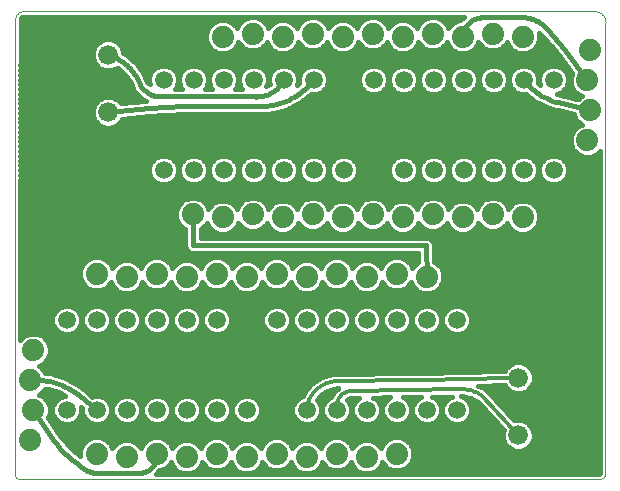
<source format=gbl>
G75*
G70*
%OFA0B0*%
%FSLAX24Y24*%
%IPPOS*%
%LPD*%
%AMOC8*
5,1,8,0,0,1.08239X$1,22.5*
%
%ADD10C,0.0000*%
%ADD11C,0.0591*%
%ADD12C,0.0660*%
%ADD13C,0.0740*%
%ADD14C,0.0120*%
%ADD15C,0.0160*%
%ADD16C,0.0356*%
D10*
X002429Y003185D02*
X021676Y003185D01*
X021677Y003184D02*
X021706Y003181D01*
X021735Y003182D01*
X021764Y003186D01*
X021792Y003193D01*
X021820Y003204D01*
X021845Y003218D01*
X021869Y003235D01*
X021891Y003255D01*
X021910Y003278D01*
X021926Y003302D01*
X021939Y003328D01*
X021949Y003356D01*
X021956Y003385D01*
X021955Y003385D02*
X021955Y018380D01*
X021955Y018381D02*
X021957Y018416D01*
X021956Y018451D01*
X021951Y018486D01*
X021943Y018521D01*
X021931Y018554D01*
X021916Y018586D01*
X021899Y018617D01*
X021878Y018645D01*
X021854Y018672D01*
X021829Y018696D01*
X021800Y018717D01*
X021770Y018736D01*
X021739Y018751D01*
X021705Y018763D01*
X021671Y018772D01*
X021636Y018778D01*
X021637Y018777D02*
X002497Y018777D01*
X002467Y018769D01*
X002438Y018757D01*
X002410Y018743D01*
X002385Y018725D01*
X002361Y018705D01*
X002340Y018682D01*
X002321Y018658D01*
X002305Y018631D01*
X002292Y018603D01*
X002283Y018573D01*
X002276Y018543D01*
X002273Y018512D01*
X002274Y018481D01*
X002277Y018450D01*
X002268Y003394D01*
X002266Y003370D01*
X002267Y003345D01*
X002272Y003321D01*
X002279Y003298D01*
X002290Y003276D01*
X002304Y003255D01*
X002320Y003237D01*
X002338Y003221D01*
X002359Y003207D01*
X002381Y003197D01*
X002404Y003189D01*
X002428Y003185D01*
D11*
X003995Y005485D03*
X004995Y005485D03*
X005995Y005485D03*
X006995Y005485D03*
X007995Y005485D03*
X008995Y005485D03*
X009995Y005485D03*
X010995Y005485D03*
X011995Y005485D03*
X012995Y005485D03*
X013995Y005485D03*
X014995Y005485D03*
X015995Y005485D03*
X016995Y005485D03*
X016995Y008485D03*
X015995Y008485D03*
X014995Y008485D03*
X013995Y008485D03*
X012995Y008485D03*
X011995Y008485D03*
X010995Y008485D03*
X009995Y008485D03*
X008995Y008485D03*
X007995Y008485D03*
X006995Y008485D03*
X005995Y008485D03*
X004995Y008485D03*
X003995Y008485D03*
X007224Y013496D03*
X008224Y013496D03*
X009224Y013496D03*
X010224Y013496D03*
X011224Y013496D03*
X012224Y013496D03*
X013224Y013496D03*
X014224Y013496D03*
X015224Y013496D03*
X016224Y013496D03*
X017224Y013496D03*
X018224Y013496D03*
X019224Y013496D03*
X020224Y013496D03*
X020224Y016496D03*
X019224Y016496D03*
X018224Y016496D03*
X017224Y016496D03*
X016224Y016496D03*
X015224Y016496D03*
X014224Y016496D03*
X013224Y016496D03*
X012224Y016496D03*
X011224Y016496D03*
X010224Y016496D03*
X009224Y016496D03*
X008224Y016496D03*
X007224Y016496D03*
D12*
X005378Y017334D03*
X005378Y015413D03*
X019053Y006567D03*
X019053Y004646D03*
D13*
X015995Y003935D03*
X014995Y004035D03*
X013995Y003935D03*
X012995Y004035D03*
X011995Y003935D03*
X010995Y004035D03*
X009995Y003935D03*
X008995Y004035D03*
X007995Y003935D03*
X006995Y004035D03*
X005995Y003935D03*
X004995Y004035D03*
X002781Y004485D03*
X002881Y005485D03*
X002781Y006485D03*
X002881Y007485D03*
X002781Y008485D03*
X002881Y009485D03*
X004995Y010035D03*
X005995Y009935D03*
X006995Y010035D03*
X007995Y009935D03*
X008995Y010035D03*
X009995Y009935D03*
X010995Y010035D03*
X011995Y009935D03*
X012995Y010035D03*
X013995Y009935D03*
X014995Y010035D03*
X015995Y009935D03*
X016197Y012014D03*
X017197Y011914D03*
X018197Y012014D03*
X019197Y011914D03*
X021352Y012476D03*
X021452Y013476D03*
X021352Y014476D03*
X021452Y015476D03*
X021352Y016476D03*
X021452Y017476D03*
X019197Y017938D03*
X018197Y018038D03*
X017197Y017938D03*
X016197Y018038D03*
X015197Y017938D03*
X014197Y018038D03*
X013197Y017938D03*
X012197Y018038D03*
X011197Y017938D03*
X010197Y018038D03*
X009197Y017938D03*
X008197Y018038D03*
X008197Y012014D03*
X009197Y011914D03*
X010197Y012014D03*
X011197Y011914D03*
X012197Y012014D03*
X013197Y011914D03*
X014197Y012014D03*
X015197Y011914D03*
D14*
X016953Y006531D02*
X019053Y006567D01*
X017898Y005901D02*
X019053Y004646D01*
X017898Y005902D02*
X017850Y005942D01*
X017800Y005980D01*
X017748Y006015D01*
X017694Y006047D01*
X017639Y006075D01*
X017582Y006101D01*
X017524Y006123D01*
X017464Y006142D01*
X017404Y006158D01*
X017342Y006170D01*
X017281Y006178D01*
X017218Y006183D01*
X017156Y006185D01*
X017093Y006183D01*
X017031Y006178D01*
X017031Y006177D02*
X013528Y006138D01*
X013016Y006453D02*
X015496Y006492D01*
X013528Y006137D02*
X013482Y006135D01*
X013437Y006128D01*
X013392Y006118D01*
X013349Y006105D01*
X013306Y006088D01*
X013266Y006067D01*
X013227Y006043D01*
X013190Y006016D01*
X013156Y005986D01*
X013124Y005953D01*
X013095Y005917D01*
X013069Y005880D01*
X013047Y005840D01*
X013028Y005798D01*
X013012Y005756D01*
X013000Y005712D01*
X012992Y005667D01*
X012987Y005621D01*
X012986Y005576D01*
X012989Y005530D01*
X012996Y005485D01*
X013016Y006452D02*
X012954Y006449D01*
X012892Y006443D01*
X012832Y006432D01*
X012771Y006419D01*
X012712Y006402D01*
X012654Y006381D01*
X012597Y006357D01*
X012542Y006329D01*
X012488Y006298D01*
X012437Y006264D01*
X012387Y006228D01*
X012340Y006188D01*
X012295Y006145D01*
X012253Y006100D01*
X012213Y006053D01*
X012177Y006003D01*
X012143Y005951D01*
X012113Y005897D01*
X012086Y005842D01*
X012062Y005785D01*
X012041Y005727D01*
X012025Y005667D01*
X012011Y005607D01*
X012002Y005546D01*
X011995Y005485D01*
X015496Y006491D02*
X016224Y006499D01*
X016952Y006531D01*
D15*
X016944Y006771D02*
X016901Y006770D01*
X016898Y006769D01*
X016218Y006740D01*
X015541Y006732D01*
X015540Y006733D01*
X015496Y006732D01*
X015449Y006732D01*
X015447Y006731D01*
X013060Y006693D01*
X013060Y006693D01*
X013012Y006693D01*
X012820Y006690D01*
X012456Y006572D01*
X012142Y006352D01*
X012142Y006352D01*
X012142Y006352D01*
X011906Y006050D01*
X011866Y005946D01*
X011726Y005888D01*
X011592Y005754D01*
X011520Y005579D01*
X011520Y005390D01*
X011592Y005216D01*
X011726Y005082D01*
X011901Y005010D01*
X012090Y005010D01*
X012264Y005082D01*
X012398Y005216D01*
X012471Y005390D01*
X012471Y005579D01*
X012398Y005754D01*
X012340Y005812D01*
X012482Y005993D01*
X012676Y006129D01*
X012901Y006202D01*
X013020Y006213D01*
X013032Y006213D01*
X013050Y006213D01*
X012913Y006095D01*
X012819Y005926D01*
X012726Y005888D01*
X012592Y005754D01*
X012520Y005579D01*
X012520Y005390D01*
X012592Y005216D01*
X012726Y005082D01*
X012901Y005010D01*
X013090Y005010D01*
X013264Y005082D01*
X013398Y005216D01*
X013471Y005390D01*
X013471Y005579D01*
X013398Y005754D01*
X013334Y005818D01*
X013376Y005854D01*
X013477Y005892D01*
X013530Y005898D01*
X013559Y005898D01*
X013578Y005898D01*
X013578Y005898D01*
X013756Y005900D01*
X013726Y005888D01*
X013592Y005754D01*
X013520Y005579D01*
X013520Y005390D01*
X013592Y005216D01*
X013726Y005082D01*
X013901Y005010D01*
X014090Y005010D01*
X014264Y005082D01*
X014398Y005216D01*
X014471Y005390D01*
X014471Y005579D01*
X014398Y005754D01*
X014264Y005888D01*
X014222Y005905D01*
X014784Y005912D01*
X014726Y005888D01*
X014592Y005754D01*
X014520Y005579D01*
X014520Y005390D01*
X014592Y005216D01*
X014726Y005082D01*
X014901Y005010D01*
X015090Y005010D01*
X015264Y005082D01*
X015398Y005216D01*
X015471Y005390D01*
X015471Y005579D01*
X015398Y005754D01*
X015264Y005888D01*
X015195Y005916D01*
X015812Y005923D01*
X015726Y005888D01*
X015592Y005754D01*
X015520Y005579D01*
X015520Y005390D01*
X015592Y005216D01*
X015726Y005082D01*
X015901Y005010D01*
X016090Y005010D01*
X016264Y005082D01*
X016398Y005216D01*
X016471Y005390D01*
X016471Y005579D01*
X016398Y005754D01*
X016264Y005888D01*
X016169Y005927D01*
X016840Y005935D01*
X016726Y005888D01*
X016592Y005754D01*
X016520Y005579D01*
X016520Y005390D01*
X016592Y005216D01*
X016726Y005082D01*
X016901Y005010D01*
X017090Y005010D01*
X017264Y005082D01*
X017398Y005216D01*
X017471Y005390D01*
X017471Y005579D01*
X017398Y005754D01*
X017264Y005888D01*
X017134Y005942D01*
X017181Y005944D01*
X017421Y005904D01*
X017641Y005798D01*
X017732Y005727D01*
X018571Y004815D01*
X018543Y004747D01*
X018543Y004544D01*
X018620Y004357D01*
X018764Y004213D01*
X018951Y004136D01*
X019154Y004136D01*
X019342Y004213D01*
X019485Y004357D01*
X019563Y004544D01*
X019563Y004747D01*
X019485Y004934D01*
X019342Y005078D01*
X019154Y005155D01*
X018951Y005155D01*
X018921Y005143D01*
X018099Y006037D01*
X018094Y006048D01*
X018067Y006072D01*
X018042Y006099D01*
X018031Y006104D01*
X017916Y006208D01*
X017916Y006208D01*
X017716Y006304D01*
X018603Y006319D01*
X018620Y006278D01*
X018764Y006134D01*
X018951Y006057D01*
X019154Y006057D01*
X019342Y006134D01*
X019485Y006278D01*
X019563Y006465D01*
X019563Y006668D01*
X019485Y006856D01*
X019342Y006999D01*
X019154Y007077D01*
X018951Y007077D01*
X018764Y006999D01*
X018620Y006856D01*
X018597Y006799D01*
X016991Y006772D01*
X016986Y006774D01*
X016944Y006771D01*
X017927Y006197D02*
X018701Y006197D01*
X018243Y005880D02*
X021775Y005880D01*
X021775Y005722D02*
X018389Y005722D01*
X018535Y005563D02*
X021775Y005563D01*
X021775Y005404D02*
X018681Y005404D01*
X018826Y005246D02*
X021775Y005246D01*
X021775Y005087D02*
X019319Y005087D01*
X019487Y004929D02*
X021775Y004929D01*
X021775Y004770D02*
X019553Y004770D01*
X019563Y004612D02*
X021775Y004612D01*
X021775Y004453D02*
X019525Y004453D01*
X019423Y004295D02*
X021775Y004295D01*
X021775Y004136D02*
X019156Y004136D01*
X018950Y004136D02*
X015545Y004136D01*
X015545Y004144D02*
X015461Y004346D01*
X015307Y004501D01*
X015105Y004585D01*
X014886Y004585D01*
X014684Y004501D01*
X014529Y004346D01*
X014475Y004215D01*
X014461Y004246D01*
X014307Y004401D01*
X014105Y004485D01*
X013886Y004485D01*
X013684Y004401D01*
X013529Y004246D01*
X013516Y004215D01*
X013461Y004346D01*
X013307Y004501D01*
X013105Y004585D01*
X012886Y004585D01*
X012684Y004501D01*
X012529Y004346D01*
X012475Y004215D01*
X012461Y004246D01*
X012307Y004401D01*
X012105Y004485D01*
X011886Y004485D01*
X011684Y004401D01*
X011529Y004246D01*
X011516Y004215D01*
X011461Y004346D01*
X011307Y004501D01*
X011105Y004585D01*
X010886Y004585D01*
X010684Y004501D01*
X010529Y004346D01*
X010475Y004215D01*
X010461Y004246D01*
X010307Y004401D01*
X010105Y004485D01*
X009886Y004485D01*
X009684Y004401D01*
X009529Y004246D01*
X009516Y004215D01*
X009461Y004346D01*
X009307Y004501D01*
X009105Y004585D01*
X008886Y004585D01*
X008684Y004501D01*
X008529Y004346D01*
X008475Y004215D01*
X008461Y004246D01*
X008307Y004401D01*
X008105Y004485D01*
X007886Y004485D01*
X007684Y004401D01*
X007529Y004246D01*
X007516Y004215D01*
X007461Y004346D01*
X007307Y004501D01*
X007105Y004585D01*
X006886Y004585D01*
X006684Y004501D01*
X006529Y004346D01*
X006475Y004215D01*
X006461Y004246D01*
X006307Y004401D01*
X006105Y004485D01*
X005886Y004485D01*
X005684Y004401D01*
X005529Y004246D01*
X005516Y004215D01*
X005461Y004346D01*
X005307Y004501D01*
X005105Y004585D01*
X004886Y004585D01*
X004684Y004501D01*
X004529Y004346D01*
X004445Y004144D01*
X004445Y003956D01*
X004160Y004195D01*
X003816Y004578D01*
X003665Y004786D01*
X003369Y005225D01*
X003431Y005375D01*
X003431Y005594D01*
X003348Y005796D01*
X003193Y005951D01*
X003061Y006006D01*
X003093Y006019D01*
X003248Y006173D01*
X003260Y006203D01*
X003374Y006190D01*
X003739Y006076D01*
X003953Y005960D01*
X003901Y005960D01*
X003726Y005888D01*
X003592Y005754D01*
X003520Y005579D01*
X003520Y005390D01*
X003592Y005216D01*
X003726Y005082D01*
X003901Y005010D01*
X004090Y005010D01*
X004264Y005082D01*
X004398Y005216D01*
X004471Y005390D01*
X004471Y005579D01*
X004470Y005581D01*
X004520Y005539D01*
X004520Y005390D01*
X004592Y005216D01*
X004726Y005082D01*
X004901Y005010D01*
X005090Y005010D01*
X005264Y005082D01*
X005398Y005216D01*
X005471Y005390D01*
X005471Y005579D01*
X005398Y005754D01*
X005264Y005888D01*
X005090Y005960D01*
X004901Y005960D01*
X004852Y005940D01*
X004599Y006148D01*
X004559Y006181D01*
X004372Y006335D01*
X003946Y006565D01*
X003946Y006565D01*
X003483Y006710D01*
X003274Y006734D01*
X003248Y006796D01*
X003093Y006951D01*
X003062Y006964D01*
X003193Y007019D01*
X003348Y007173D01*
X003431Y007375D01*
X003431Y007594D01*
X003348Y007796D01*
X003193Y007951D01*
X002991Y008035D01*
X002772Y008035D01*
X002570Y007951D01*
X002451Y007832D01*
X002457Y018393D01*
X002468Y018407D01*
X002457Y018465D01*
X002457Y018519D01*
X002471Y018557D01*
X002510Y018592D01*
X002524Y018597D01*
X017236Y018597D01*
X017123Y018488D01*
X017087Y018488D01*
X016885Y018404D01*
X016731Y018250D01*
X016718Y018218D01*
X016663Y018350D01*
X016508Y018504D01*
X016306Y018588D01*
X016087Y018588D01*
X015885Y018504D01*
X015731Y018350D01*
X015676Y018218D01*
X015663Y018250D01*
X015508Y018404D01*
X015306Y018488D01*
X015087Y018488D01*
X014885Y018404D01*
X014731Y018250D01*
X014718Y018218D01*
X014663Y018350D01*
X014508Y018504D01*
X014306Y018588D01*
X014087Y018588D01*
X013885Y018504D01*
X013731Y018350D01*
X013676Y018218D01*
X013663Y018250D01*
X013508Y018404D01*
X013306Y018488D01*
X013087Y018488D01*
X012885Y018404D01*
X012731Y018250D01*
X012718Y018218D01*
X012663Y018350D01*
X012508Y018504D01*
X012306Y018588D01*
X012087Y018588D01*
X011885Y018504D01*
X011731Y018350D01*
X011676Y018218D01*
X011663Y018250D01*
X011508Y018404D01*
X011306Y018488D01*
X011087Y018488D01*
X010885Y018404D01*
X010731Y018250D01*
X010718Y018218D01*
X010663Y018350D01*
X010508Y018504D01*
X010306Y018588D01*
X010087Y018588D01*
X009885Y018504D01*
X009731Y018350D01*
X009676Y018218D01*
X009663Y018250D01*
X009508Y018404D01*
X009306Y018488D01*
X009087Y018488D01*
X008885Y018404D01*
X008731Y018250D01*
X008647Y018047D01*
X008647Y017829D01*
X008731Y017626D01*
X008885Y017472D01*
X009087Y017388D01*
X009306Y017388D01*
X009508Y017472D01*
X009663Y017626D01*
X009718Y017758D01*
X009731Y017726D01*
X009885Y017572D01*
X010087Y017488D01*
X010306Y017488D01*
X010508Y017572D01*
X010663Y017726D01*
X010676Y017758D01*
X010731Y017626D01*
X010885Y017472D01*
X011087Y017388D01*
X011306Y017388D01*
X011508Y017472D01*
X011663Y017626D01*
X011718Y017758D01*
X011731Y017726D01*
X011885Y017572D01*
X012087Y017488D01*
X012306Y017488D01*
X012508Y017572D01*
X012663Y017726D01*
X012676Y017758D01*
X012731Y017626D01*
X012885Y017472D01*
X013087Y017388D01*
X013306Y017388D01*
X013508Y017472D01*
X013663Y017626D01*
X013718Y017758D01*
X013731Y017726D01*
X013885Y017572D01*
X014087Y017488D01*
X014306Y017488D01*
X014508Y017572D01*
X014663Y017726D01*
X014676Y017758D01*
X014731Y017626D01*
X014885Y017472D01*
X015087Y017388D01*
X015306Y017388D01*
X015508Y017472D01*
X015663Y017626D01*
X015718Y017758D01*
X015731Y017726D01*
X015885Y017572D01*
X016087Y017488D01*
X016306Y017488D01*
X016508Y017572D01*
X016663Y017726D01*
X016676Y017758D01*
X016731Y017626D01*
X016885Y017472D01*
X017087Y017388D01*
X017306Y017388D01*
X017508Y017472D01*
X017663Y017626D01*
X017718Y017758D01*
X017731Y017726D01*
X017885Y017572D01*
X018087Y017488D01*
X018306Y017488D01*
X018508Y017572D01*
X018663Y017726D01*
X018676Y017758D01*
X018731Y017626D01*
X018885Y017472D01*
X019087Y017388D01*
X019306Y017388D01*
X019508Y017472D01*
X019663Y017626D01*
X019747Y017829D01*
X019747Y018047D01*
X019739Y018066D01*
X019844Y017966D01*
X020202Y017570D01*
X020366Y017360D01*
X020367Y017360D01*
X020397Y017319D01*
X020398Y017319D01*
X020853Y016709D01*
X020802Y016586D01*
X020802Y016367D01*
X020885Y016165D01*
X021040Y016010D01*
X021172Y015955D01*
X021140Y015942D01*
X021043Y015846D01*
X020441Y015996D01*
X020337Y016028D01*
X020494Y016093D01*
X020627Y016227D01*
X020700Y016401D01*
X020700Y016590D01*
X020627Y016765D01*
X020494Y016899D01*
X020319Y016971D01*
X020130Y016971D01*
X019955Y016899D01*
X019821Y016765D01*
X019749Y016590D01*
X019749Y016401D01*
X019783Y016321D01*
X019696Y016392D01*
X019700Y016401D01*
X019700Y016590D01*
X019627Y016765D01*
X019494Y016899D01*
X019319Y016971D01*
X019130Y016971D01*
X018955Y016899D01*
X018821Y016765D01*
X018749Y016590D01*
X018749Y016401D01*
X018821Y016227D01*
X018955Y016093D01*
X019130Y016021D01*
X019311Y016021D01*
X019588Y015793D01*
X020059Y015556D01*
X020315Y015492D01*
X020365Y015479D01*
X020365Y015479D01*
X020911Y015343D01*
X020985Y015165D01*
X021140Y015010D01*
X021172Y014997D01*
X021040Y014942D01*
X020885Y014788D01*
X020802Y014586D01*
X020802Y014367D01*
X020885Y014165D01*
X021040Y014010D01*
X021242Y013926D01*
X021461Y013926D01*
X021663Y014010D01*
X021775Y014122D01*
X021775Y003406D01*
X021773Y003398D01*
X021752Y003373D01*
X021729Y003365D01*
X021691Y003365D01*
X021632Y003375D01*
X021618Y003365D01*
X006985Y003365D01*
X007012Y003385D01*
X007012Y003385D01*
X007012Y003385D01*
X007081Y003485D01*
X007105Y003485D01*
X007307Y003569D01*
X007461Y003723D01*
X007475Y003755D01*
X007529Y003623D01*
X007684Y003469D01*
X007886Y003385D01*
X008105Y003385D01*
X008307Y003469D01*
X008461Y003623D01*
X008516Y003755D01*
X008529Y003723D01*
X008684Y003569D01*
X008886Y003485D01*
X009105Y003485D01*
X009307Y003569D01*
X009461Y003723D01*
X009475Y003755D01*
X009529Y003623D01*
X009684Y003469D01*
X009886Y003385D01*
X010105Y003385D01*
X010307Y003469D01*
X010461Y003623D01*
X010516Y003755D01*
X010529Y003723D01*
X010684Y003569D01*
X010886Y003485D01*
X011105Y003485D01*
X011307Y003569D01*
X011461Y003723D01*
X011475Y003755D01*
X011529Y003623D01*
X011684Y003469D01*
X011886Y003385D01*
X012105Y003385D01*
X012307Y003469D01*
X012461Y003623D01*
X012516Y003755D01*
X012529Y003723D01*
X012684Y003569D01*
X012886Y003485D01*
X013105Y003485D01*
X013307Y003569D01*
X013461Y003723D01*
X013475Y003755D01*
X013529Y003623D01*
X013684Y003469D01*
X013886Y003385D01*
X014105Y003385D01*
X014307Y003469D01*
X014461Y003623D01*
X014516Y003755D01*
X014529Y003723D01*
X014684Y003569D01*
X014886Y003485D01*
X015105Y003485D01*
X015307Y003569D01*
X015461Y003723D01*
X015545Y003925D01*
X015545Y004144D01*
X015483Y004295D02*
X018682Y004295D01*
X018580Y004453D02*
X015355Y004453D01*
X015545Y003978D02*
X021775Y003978D01*
X021775Y003819D02*
X015501Y003819D01*
X015399Y003661D02*
X021775Y003661D01*
X021775Y003502D02*
X015146Y003502D01*
X014845Y003502D02*
X014340Y003502D01*
X014477Y003661D02*
X014592Y003661D01*
X014508Y004295D02*
X014413Y004295D01*
X014636Y004453D02*
X014181Y004453D01*
X013810Y004453D02*
X013355Y004453D01*
X013483Y004295D02*
X013577Y004295D01*
X013514Y003661D02*
X013399Y003661D01*
X013650Y003502D02*
X013146Y003502D01*
X012845Y003502D02*
X012340Y003502D01*
X012477Y003661D02*
X012592Y003661D01*
X012508Y004295D02*
X012413Y004295D01*
X012636Y004453D02*
X012181Y004453D01*
X011810Y004453D02*
X011355Y004453D01*
X011483Y004295D02*
X011577Y004295D01*
X011514Y003661D02*
X011399Y003661D01*
X011650Y003502D02*
X011146Y003502D01*
X010845Y003502D02*
X010340Y003502D01*
X010477Y003661D02*
X010592Y003661D01*
X010508Y004295D02*
X010413Y004295D01*
X010636Y004453D02*
X010181Y004453D01*
X009810Y004453D02*
X009355Y004453D01*
X009483Y004295D02*
X009577Y004295D01*
X009514Y003661D02*
X009399Y003661D01*
X009650Y003502D02*
X009146Y003502D01*
X008845Y003502D02*
X008340Y003502D01*
X008477Y003661D02*
X008592Y003661D01*
X008508Y004295D02*
X008413Y004295D01*
X008636Y004453D02*
X008181Y004453D01*
X007810Y004453D02*
X007355Y004453D01*
X007483Y004295D02*
X007577Y004295D01*
X007514Y003661D02*
X007399Y003661D01*
X007650Y003502D02*
X007146Y003502D01*
X006362Y003382D02*
X005142Y003382D01*
X004445Y003978D02*
X004419Y003978D01*
X004445Y004136D02*
X004230Y004136D01*
X004071Y004295D02*
X004508Y004295D01*
X004636Y004453D02*
X003928Y004453D01*
X003791Y004612D02*
X018543Y004612D01*
X018552Y004770D02*
X003676Y004770D01*
X003569Y004929D02*
X018466Y004929D01*
X018320Y005087D02*
X017270Y005087D01*
X017411Y005246D02*
X018174Y005246D01*
X018029Y005404D02*
X017471Y005404D01*
X017471Y005563D02*
X017883Y005563D01*
X017737Y005722D02*
X017412Y005722D01*
X017470Y005880D02*
X017272Y005880D01*
X016718Y005880D02*
X016272Y005880D01*
X016412Y005722D02*
X016579Y005722D01*
X016520Y005563D02*
X016471Y005563D01*
X016471Y005404D02*
X016520Y005404D01*
X016580Y005246D02*
X016411Y005246D01*
X016270Y005087D02*
X016721Y005087D01*
X015721Y005087D02*
X015270Y005087D01*
X015411Y005246D02*
X015580Y005246D01*
X015520Y005404D02*
X015471Y005404D01*
X015471Y005563D02*
X015520Y005563D01*
X015579Y005722D02*
X015412Y005722D01*
X015272Y005880D02*
X015718Y005880D01*
X014718Y005880D02*
X014272Y005880D01*
X014412Y005722D02*
X014579Y005722D01*
X014520Y005563D02*
X014471Y005563D01*
X014471Y005404D02*
X014520Y005404D01*
X014580Y005246D02*
X014411Y005246D01*
X014270Y005087D02*
X014721Y005087D01*
X013721Y005087D02*
X013270Y005087D01*
X013411Y005246D02*
X013580Y005246D01*
X013520Y005404D02*
X013471Y005404D01*
X013471Y005563D02*
X013520Y005563D01*
X013579Y005722D02*
X013412Y005722D01*
X013444Y005880D02*
X013718Y005880D01*
X013032Y006197D02*
X012887Y006197D01*
X012913Y006095D02*
X012913Y006095D01*
X012913Y006095D01*
X012882Y006039D02*
X012547Y006039D01*
X012394Y005880D02*
X012718Y005880D01*
X012579Y005722D02*
X012412Y005722D01*
X012471Y005563D02*
X012520Y005563D01*
X012520Y005404D02*
X012471Y005404D01*
X012411Y005246D02*
X012580Y005246D01*
X012721Y005087D02*
X012270Y005087D01*
X011721Y005087D02*
X010270Y005087D01*
X010264Y005082D02*
X010398Y005216D01*
X010471Y005390D01*
X010471Y005579D01*
X010398Y005754D01*
X010264Y005888D01*
X010090Y005960D01*
X009901Y005960D01*
X009726Y005888D01*
X009592Y005754D01*
X009520Y005579D01*
X009520Y005390D01*
X009592Y005216D01*
X009726Y005082D01*
X009901Y005010D01*
X010090Y005010D01*
X010264Y005082D01*
X010411Y005246D02*
X011580Y005246D01*
X011520Y005404D02*
X010471Y005404D01*
X010471Y005563D02*
X011520Y005563D01*
X011579Y005722D02*
X010412Y005722D01*
X010272Y005880D02*
X011718Y005880D01*
X011902Y006039D02*
X004732Y006039D01*
X004599Y006148D02*
X004599Y006148D01*
X004539Y006197D02*
X012021Y006197D01*
X011906Y006050D02*
X011906Y006050D01*
X012147Y006356D02*
X004333Y006356D01*
X004372Y006335D02*
X004372Y006335D01*
X004394Y005980D02*
X004995Y005485D01*
X004580Y005246D02*
X004411Y005246D01*
X004471Y005404D02*
X004520Y005404D01*
X004491Y005563D02*
X004471Y005563D01*
X003807Y006039D02*
X003113Y006039D01*
X003258Y006197D02*
X003309Y006197D01*
X003264Y005880D02*
X003718Y005880D01*
X003579Y005722D02*
X003379Y005722D01*
X003431Y005563D02*
X003520Y005563D01*
X003520Y005404D02*
X003431Y005404D01*
X003378Y005246D02*
X003580Y005246D01*
X003462Y005087D02*
X003721Y005087D01*
X003449Y004642D02*
X002881Y005485D01*
X004270Y005087D02*
X004721Y005087D01*
X005270Y005087D02*
X005721Y005087D01*
X005726Y005082D02*
X005901Y005010D01*
X006090Y005010D01*
X006264Y005082D01*
X006398Y005216D01*
X006471Y005390D01*
X006471Y005579D01*
X006398Y005754D01*
X006264Y005888D01*
X006090Y005960D01*
X005901Y005960D01*
X005726Y005888D01*
X005592Y005754D01*
X005520Y005579D01*
X005520Y005390D01*
X005592Y005216D01*
X005726Y005082D01*
X005580Y005246D02*
X005411Y005246D01*
X005471Y005404D02*
X005520Y005404D01*
X005520Y005563D02*
X005471Y005563D01*
X005412Y005722D02*
X005579Y005722D01*
X005718Y005880D02*
X005272Y005880D01*
X006272Y005880D02*
X006718Y005880D01*
X006726Y005888D02*
X006592Y005754D01*
X006520Y005579D01*
X006520Y005390D01*
X006592Y005216D01*
X006726Y005082D01*
X006901Y005010D01*
X007090Y005010D01*
X007264Y005082D01*
X007398Y005216D01*
X007471Y005390D01*
X007471Y005579D01*
X007398Y005754D01*
X007264Y005888D01*
X007090Y005960D01*
X006901Y005960D01*
X006726Y005888D01*
X006579Y005722D02*
X006412Y005722D01*
X006471Y005563D02*
X006520Y005563D01*
X006520Y005404D02*
X006471Y005404D01*
X006411Y005246D02*
X006580Y005246D01*
X006721Y005087D02*
X006270Y005087D01*
X006181Y004453D02*
X006636Y004453D01*
X006508Y004295D02*
X006413Y004295D01*
X006995Y004035D02*
X006994Y003986D01*
X006990Y003938D01*
X006983Y003891D01*
X006971Y003844D01*
X006957Y003798D01*
X006938Y003753D01*
X006917Y003710D01*
X006892Y003669D01*
X006864Y003629D01*
X006833Y003592D01*
X006799Y003557D01*
X006763Y003525D01*
X006725Y003496D01*
X006684Y003470D01*
X006642Y003447D01*
X006598Y003427D01*
X006552Y003411D01*
X006506Y003399D01*
X006458Y003389D01*
X006410Y003384D01*
X006362Y003382D01*
X005577Y004295D02*
X005483Y004295D01*
X005355Y004453D02*
X005810Y004453D01*
X005141Y003381D02*
X005088Y003378D01*
X005034Y003377D01*
X004981Y003381D01*
X004928Y003387D01*
X004876Y003398D01*
X004824Y003411D01*
X004773Y003429D01*
X004724Y003449D01*
X004676Y003473D01*
X004629Y003500D01*
X004394Y005980D02*
X004309Y006046D01*
X004221Y006109D01*
X004129Y006167D01*
X004036Y006221D01*
X003939Y006270D01*
X003840Y006315D01*
X003740Y006355D01*
X003637Y006389D01*
X003533Y006419D01*
X003428Y006444D01*
X003322Y006464D01*
X003214Y006478D01*
X003106Y006488D01*
X002998Y006492D01*
X002890Y006491D01*
X002782Y006484D01*
X003213Y006831D02*
X018610Y006831D01*
X018755Y006990D02*
X003124Y006990D01*
X003323Y007148D02*
X021775Y007148D01*
X021775Y006990D02*
X019351Y006990D01*
X019495Y006831D02*
X021775Y006831D01*
X021775Y006673D02*
X019561Y006673D01*
X019563Y006514D02*
X021775Y006514D01*
X021775Y006356D02*
X019517Y006356D01*
X019404Y006197D02*
X021775Y006197D01*
X021775Y006039D02*
X018098Y006039D01*
X017264Y008082D02*
X017090Y008010D01*
X016901Y008010D01*
X016726Y008082D01*
X016592Y008216D01*
X016520Y008390D01*
X016520Y008579D01*
X016592Y008754D01*
X016726Y008888D01*
X016901Y008960D01*
X017090Y008960D01*
X017264Y008888D01*
X017398Y008754D01*
X017471Y008579D01*
X017471Y008390D01*
X017398Y008216D01*
X017264Y008082D01*
X017282Y008100D02*
X021775Y008100D01*
X021775Y008258D02*
X017416Y008258D01*
X017471Y008417D02*
X021775Y008417D01*
X021775Y008575D02*
X017471Y008575D01*
X017407Y008734D02*
X021775Y008734D01*
X021775Y008892D02*
X017253Y008892D01*
X016737Y008892D02*
X016253Y008892D01*
X016264Y008888D02*
X016090Y008960D01*
X015901Y008960D01*
X015726Y008888D01*
X015592Y008754D01*
X015520Y008579D01*
X015520Y008390D01*
X015592Y008216D01*
X015726Y008082D01*
X015901Y008010D01*
X016090Y008010D01*
X016264Y008082D01*
X016398Y008216D01*
X016471Y008390D01*
X016471Y008579D01*
X016398Y008754D01*
X016264Y008888D01*
X016407Y008734D02*
X016584Y008734D01*
X016520Y008575D02*
X016471Y008575D01*
X016471Y008417D02*
X016520Y008417D01*
X016575Y008258D02*
X016416Y008258D01*
X016282Y008100D02*
X016708Y008100D01*
X015708Y008100D02*
X015282Y008100D01*
X015264Y008082D02*
X015398Y008216D01*
X015471Y008390D01*
X015471Y008579D01*
X015398Y008754D01*
X015264Y008888D01*
X015090Y008960D01*
X014901Y008960D01*
X014726Y008888D01*
X014592Y008754D01*
X014520Y008579D01*
X014520Y008390D01*
X014592Y008216D01*
X014726Y008082D01*
X014901Y008010D01*
X015090Y008010D01*
X015264Y008082D01*
X015416Y008258D02*
X015575Y008258D01*
X015520Y008417D02*
X015471Y008417D01*
X015471Y008575D02*
X015520Y008575D01*
X015584Y008734D02*
X015407Y008734D01*
X015253Y008892D02*
X015737Y008892D01*
X015886Y009385D02*
X016105Y009385D01*
X016307Y009469D01*
X016461Y009623D01*
X016545Y009825D01*
X016545Y010044D01*
X016461Y010246D01*
X016307Y010401D01*
X016243Y010428D01*
X016228Y010983D01*
X016228Y011032D01*
X016227Y011035D01*
X016227Y011039D01*
X016208Y011082D01*
X016189Y011127D01*
X016186Y011130D01*
X016185Y011133D01*
X016150Y011166D01*
X016116Y011201D01*
X016113Y011202D01*
X016110Y011204D01*
X016065Y011222D01*
X016020Y011240D01*
X016017Y011240D01*
X016014Y011241D01*
X015966Y011240D01*
X008469Y011240D01*
X008464Y011530D01*
X008508Y011548D01*
X008663Y011703D01*
X008676Y011734D01*
X008731Y011603D01*
X008885Y011448D01*
X009087Y011364D01*
X009306Y011364D01*
X009508Y011448D01*
X009663Y011603D01*
X009718Y011734D01*
X009731Y011703D01*
X009885Y011548D01*
X010087Y011464D01*
X010306Y011464D01*
X010508Y011548D01*
X010663Y011703D01*
X010676Y011734D01*
X010731Y011603D01*
X010885Y011448D01*
X011087Y011364D01*
X011306Y011364D01*
X011508Y011448D01*
X011663Y011603D01*
X011718Y011734D01*
X011731Y011703D01*
X011885Y011548D01*
X012087Y011464D01*
X012306Y011464D01*
X012508Y011548D01*
X012663Y011703D01*
X012676Y011734D01*
X012731Y011603D01*
X012885Y011448D01*
X013087Y011364D01*
X013306Y011364D01*
X013508Y011448D01*
X013663Y011603D01*
X013718Y011734D01*
X013731Y011703D01*
X013885Y011548D01*
X014087Y011464D01*
X014306Y011464D01*
X014508Y011548D01*
X014663Y011703D01*
X014676Y011734D01*
X014731Y011603D01*
X014885Y011448D01*
X015087Y011364D01*
X015306Y011364D01*
X015508Y011448D01*
X015663Y011603D01*
X015718Y011734D01*
X015731Y011703D01*
X015885Y011548D01*
X016087Y011464D01*
X016306Y011464D01*
X016508Y011548D01*
X016663Y011703D01*
X016676Y011734D01*
X016731Y011603D01*
X016885Y011448D01*
X017087Y011364D01*
X017306Y011364D01*
X017508Y011448D01*
X017663Y011603D01*
X017718Y011734D01*
X017731Y011703D01*
X017885Y011548D01*
X018087Y011464D01*
X018306Y011464D01*
X018508Y011548D01*
X018663Y011703D01*
X018676Y011734D01*
X018731Y011603D01*
X018885Y011448D01*
X019087Y011364D01*
X019306Y011364D01*
X019508Y011448D01*
X019663Y011603D01*
X019747Y011805D01*
X019747Y012024D01*
X019663Y012226D01*
X019508Y012381D01*
X019306Y012464D01*
X019087Y012464D01*
X018885Y012381D01*
X018731Y012226D01*
X018718Y012194D01*
X018663Y012326D01*
X018508Y012481D01*
X018306Y012564D01*
X018087Y012564D01*
X017885Y012481D01*
X017731Y012326D01*
X017676Y012194D01*
X017663Y012226D01*
X017508Y012381D01*
X017306Y012464D01*
X017087Y012464D01*
X016885Y012381D01*
X016731Y012226D01*
X016718Y012194D01*
X016663Y012326D01*
X016508Y012481D01*
X016306Y012564D01*
X016087Y012564D01*
X015885Y012481D01*
X015731Y012326D01*
X015676Y012194D01*
X015663Y012226D01*
X015508Y012381D01*
X015306Y012464D01*
X015087Y012464D01*
X014885Y012381D01*
X014731Y012226D01*
X014718Y012194D01*
X014663Y012326D01*
X014508Y012481D01*
X014306Y012564D01*
X014087Y012564D01*
X013885Y012481D01*
X013731Y012326D01*
X013676Y012194D01*
X013663Y012226D01*
X013508Y012381D01*
X013306Y012464D01*
X013087Y012464D01*
X012885Y012381D01*
X012731Y012226D01*
X012718Y012194D01*
X012663Y012326D01*
X012508Y012481D01*
X012306Y012564D01*
X012087Y012564D01*
X011885Y012481D01*
X011731Y012326D01*
X011676Y012194D01*
X011663Y012226D01*
X011508Y012381D01*
X011306Y012464D01*
X011087Y012464D01*
X010885Y012381D01*
X010731Y012226D01*
X010718Y012194D01*
X010663Y012326D01*
X010508Y012481D01*
X010306Y012564D01*
X010087Y012564D01*
X009885Y012481D01*
X009731Y012326D01*
X009676Y012194D01*
X009663Y012226D01*
X009508Y012381D01*
X009306Y012464D01*
X009087Y012464D01*
X008885Y012381D01*
X008731Y012226D01*
X008718Y012194D01*
X008663Y012326D01*
X008508Y012481D01*
X008306Y012564D01*
X008087Y012564D01*
X007885Y012481D01*
X007731Y012326D01*
X007647Y012124D01*
X007647Y011905D01*
X007731Y011703D01*
X007885Y011548D01*
X007944Y011524D01*
X007953Y010979D01*
X007953Y010928D01*
X007953Y010927D01*
X007953Y010924D01*
X007973Y010879D01*
X007992Y010833D01*
X007994Y010831D01*
X007994Y010830D01*
X008030Y010795D01*
X002453Y010795D01*
X002453Y010954D02*
X007953Y010954D01*
X007951Y011112D02*
X002453Y011112D01*
X002453Y011271D02*
X007948Y011271D01*
X007946Y011429D02*
X002453Y011429D01*
X002453Y011588D02*
X007846Y011588D01*
X007713Y011746D02*
X002453Y011746D01*
X002453Y011905D02*
X007647Y011905D01*
X007647Y012063D02*
X002453Y012063D01*
X002453Y012222D02*
X007687Y012222D01*
X007785Y012380D02*
X002454Y012380D01*
X002454Y012539D02*
X008026Y012539D01*
X008368Y012539D02*
X010026Y012539D01*
X009785Y012380D02*
X009509Y012380D01*
X009665Y012222D02*
X009687Y012222D01*
X009648Y011588D02*
X009846Y011588D01*
X009462Y011429D02*
X010931Y011429D01*
X010746Y011588D02*
X010548Y011588D01*
X010706Y012222D02*
X010729Y012222D01*
X010609Y012380D02*
X010885Y012380D01*
X010368Y012539D02*
X012026Y012539D01*
X011785Y012380D02*
X011509Y012380D01*
X011665Y012222D02*
X011687Y012222D01*
X012368Y012539D02*
X014026Y012539D01*
X013785Y012380D02*
X013509Y012380D01*
X013665Y012222D02*
X013687Y012222D01*
X013648Y011588D02*
X013846Y011588D01*
X013462Y011429D02*
X014931Y011429D01*
X014746Y011588D02*
X014548Y011588D01*
X014706Y012222D02*
X014729Y012222D01*
X014609Y012380D02*
X014885Y012380D01*
X014368Y012539D02*
X016026Y012539D01*
X015785Y012380D02*
X015509Y012380D01*
X015665Y012222D02*
X015687Y012222D01*
X016368Y012539D02*
X018026Y012539D01*
X017785Y012380D02*
X017509Y012380D01*
X017665Y012222D02*
X017687Y012222D01*
X017648Y011588D02*
X017846Y011588D01*
X017462Y011429D02*
X018931Y011429D01*
X018746Y011588D02*
X018548Y011588D01*
X018706Y012222D02*
X018729Y012222D01*
X018609Y012380D02*
X018885Y012380D01*
X018368Y012539D02*
X021775Y012539D01*
X021775Y012697D02*
X002454Y012697D01*
X002454Y012856D02*
X021775Y012856D01*
X021775Y013015D02*
X002454Y013015D01*
X002454Y013173D02*
X006875Y013173D01*
X006821Y013227D02*
X006955Y013093D01*
X007130Y013021D01*
X007319Y013021D01*
X007494Y013093D01*
X007627Y013227D01*
X007700Y013401D01*
X007700Y013590D01*
X007627Y013765D01*
X007494Y013899D01*
X007319Y013971D01*
X007130Y013971D01*
X006955Y013899D01*
X006821Y013765D01*
X006749Y013590D01*
X006749Y013401D01*
X006821Y013227D01*
X006778Y013332D02*
X002454Y013332D01*
X002454Y013490D02*
X006749Y013490D01*
X006773Y013649D02*
X002454Y013649D01*
X002454Y013807D02*
X006864Y013807D01*
X007117Y013966D02*
X002455Y013966D01*
X002455Y014124D02*
X020926Y014124D01*
X020836Y014283D02*
X002455Y014283D01*
X002455Y014441D02*
X020802Y014441D01*
X020808Y014600D02*
X002455Y014600D01*
X002455Y014759D02*
X020873Y014759D01*
X021015Y014917D02*
X005513Y014917D01*
X005479Y014903D02*
X005667Y014981D01*
X005810Y015124D01*
X005840Y015197D01*
X006730Y015283D01*
X006747Y015285D01*
X006781Y015288D01*
X007197Y015323D01*
X008031Y015362D01*
X008447Y015366D01*
X008449Y015366D01*
X008500Y015366D01*
X010405Y015366D01*
X010416Y015366D01*
X010508Y015366D01*
X010743Y015366D01*
X011300Y015496D01*
X011813Y015748D01*
X011813Y015748D01*
X012146Y016021D01*
X012319Y016021D01*
X012494Y016093D01*
X012627Y016227D01*
X012700Y016401D01*
X012700Y016590D01*
X012627Y016765D01*
X012494Y016899D01*
X012319Y016971D01*
X012130Y016971D01*
X011955Y016899D01*
X011821Y016765D01*
X011749Y016590D01*
X011749Y016401D01*
X011754Y016389D01*
X011664Y016314D01*
X011700Y016401D01*
X011700Y016590D01*
X011627Y016765D01*
X011494Y016899D01*
X011319Y016971D01*
X011130Y016971D01*
X010955Y016899D01*
X010821Y016765D01*
X010749Y016590D01*
X010749Y016401D01*
X010767Y016359D01*
X010654Y016291D01*
X010700Y016401D01*
X010700Y016590D01*
X010627Y016765D01*
X010494Y016899D01*
X010319Y016971D01*
X010130Y016971D01*
X009955Y016899D01*
X009821Y016765D01*
X009749Y016590D01*
X009749Y016401D01*
X009821Y016227D01*
X009847Y016201D01*
X009601Y016201D01*
X009627Y016227D01*
X009700Y016401D01*
X009700Y016590D01*
X009627Y016765D01*
X009494Y016899D01*
X009319Y016971D01*
X009130Y016971D01*
X008955Y016899D01*
X008821Y016765D01*
X008749Y016590D01*
X008749Y016401D01*
X008821Y016227D01*
X008847Y016201D01*
X008601Y016201D01*
X008627Y016227D01*
X008700Y016401D01*
X008700Y016590D01*
X008627Y016765D01*
X008494Y016899D01*
X008319Y016971D01*
X008130Y016971D01*
X007955Y016899D01*
X007821Y016765D01*
X007749Y016590D01*
X007749Y016401D01*
X007821Y016227D01*
X007847Y016201D01*
X007601Y016201D01*
X007627Y016227D01*
X007700Y016401D01*
X007700Y016590D01*
X007627Y016765D01*
X007494Y016899D01*
X007319Y016971D01*
X007130Y016971D01*
X006955Y016899D01*
X006821Y016765D01*
X006749Y016590D01*
X006749Y016401D01*
X006774Y016342D01*
X006686Y016432D01*
X006640Y016516D01*
X006620Y016563D01*
X006620Y016563D01*
X006559Y016706D01*
X006318Y017041D01*
X006011Y017317D01*
X005888Y017388D01*
X005888Y017436D01*
X005810Y017623D01*
X005667Y017767D01*
X005479Y017844D01*
X005276Y017844D01*
X005089Y017767D01*
X004946Y017623D01*
X004868Y017436D01*
X004868Y017233D01*
X004946Y017046D01*
X005089Y016902D01*
X005276Y016824D01*
X005479Y016824D01*
X005667Y016902D01*
X005669Y016905D01*
X005701Y016887D01*
X005922Y016687D01*
X006096Y016444D01*
X006163Y016311D01*
X006239Y016133D01*
X006509Y015856D01*
X006637Y015797D01*
X005797Y015715D01*
X005667Y015846D01*
X005479Y015923D01*
X005276Y015923D01*
X005089Y015846D01*
X004946Y015702D01*
X004868Y015515D01*
X004868Y015312D01*
X004946Y015124D01*
X005089Y014981D01*
X005276Y014903D01*
X005479Y014903D01*
X005243Y014917D02*
X002455Y014917D01*
X002455Y015076D02*
X004994Y015076D01*
X004900Y015234D02*
X002455Y015234D01*
X002455Y015393D02*
X004868Y015393D01*
X004883Y015551D02*
X002456Y015551D01*
X002456Y015710D02*
X004953Y015710D01*
X006402Y016414D02*
X006369Y016485D01*
X006333Y016556D01*
X006293Y016624D01*
X006251Y016690D01*
X006205Y016754D01*
X006156Y016816D01*
X006104Y016876D01*
X006049Y016933D01*
X005991Y016987D01*
X005932Y017038D01*
X005869Y017087D01*
X005805Y017132D01*
X005738Y017174D01*
X005669Y017213D01*
X005599Y017249D01*
X005527Y017281D01*
X005453Y017310D01*
X005378Y017335D01*
X004908Y017137D02*
X002457Y017137D01*
X002457Y017295D02*
X004868Y017295D01*
X004875Y017454D02*
X002457Y017454D01*
X002457Y017612D02*
X004941Y017612D01*
X005099Y017771D02*
X002457Y017771D01*
X002457Y017929D02*
X008647Y017929D01*
X008664Y018088D02*
X002457Y018088D01*
X002457Y018246D02*
X008729Y018246D01*
X008887Y018405D02*
X002466Y018405D01*
X002478Y018564D02*
X010029Y018564D01*
X009786Y018405D02*
X009506Y018405D01*
X009664Y018246D02*
X009688Y018246D01*
X009649Y017612D02*
X009845Y017612D01*
X009465Y017454D02*
X010929Y017454D01*
X010745Y017612D02*
X010549Y017612D01*
X010457Y015626D02*
X010564Y015629D01*
X010671Y015636D01*
X010778Y015649D01*
X010884Y015667D01*
X010989Y015690D01*
X011093Y015718D01*
X011195Y015752D01*
X011295Y015789D01*
X011394Y015832D01*
X011490Y015880D01*
X011584Y015932D01*
X011675Y015988D01*
X011764Y016049D01*
X011849Y016114D01*
X011932Y016183D01*
X012011Y016256D01*
X012086Y016333D01*
X012157Y016413D01*
X012225Y016496D01*
X012700Y016503D02*
X013749Y016503D01*
X013749Y016590D02*
X013749Y016401D01*
X013821Y016227D01*
X013955Y016093D01*
X014130Y016021D01*
X014319Y016021D01*
X014494Y016093D01*
X014627Y016227D01*
X014700Y016401D01*
X014700Y016590D01*
X014627Y016765D01*
X014494Y016899D01*
X014319Y016971D01*
X014130Y016971D01*
X013955Y016899D01*
X013821Y016765D01*
X013749Y016590D01*
X013778Y016661D02*
X012670Y016661D01*
X012573Y016820D02*
X013876Y016820D01*
X013773Y016344D02*
X012676Y016344D01*
X012586Y016185D02*
X013863Y016185D01*
X014115Y016027D02*
X012334Y016027D01*
X011960Y015868D02*
X019496Y015868D01*
X019588Y015793D02*
X019588Y015793D01*
X019753Y015710D02*
X011735Y015710D01*
X011413Y015551D02*
X020076Y015551D01*
X020059Y015556D02*
X020059Y015556D01*
X020378Y015744D02*
X021452Y015476D01*
X021074Y015076D02*
X005762Y015076D01*
X006224Y015234D02*
X020956Y015234D01*
X020712Y015393D02*
X010858Y015393D01*
X010743Y015366D02*
X010743Y015366D01*
X010508Y015366D02*
X010508Y015366D01*
X010457Y015626D02*
X008449Y015626D01*
X008500Y015366D02*
X008500Y015366D01*
X008676Y016344D02*
X008773Y016344D01*
X008749Y016503D02*
X008700Y016503D01*
X008670Y016661D02*
X008778Y016661D01*
X008876Y016820D02*
X008573Y016820D01*
X007876Y016820D02*
X007573Y016820D01*
X007670Y016661D02*
X007778Y016661D01*
X007749Y016503D02*
X007700Y016503D01*
X007676Y016344D02*
X007773Y016344D01*
X007070Y015941D02*
X007017Y015946D01*
X006964Y015955D01*
X006911Y015968D01*
X006860Y015984D01*
X006810Y016003D01*
X006761Y016027D01*
X006714Y016053D01*
X006669Y016083D01*
X006626Y016115D01*
X006585Y016151D01*
X006547Y016189D01*
X006512Y016229D01*
X006479Y016272D01*
X006450Y016318D01*
X006424Y016365D01*
X006401Y016413D01*
X006163Y016311D02*
X006163Y016311D01*
X006146Y016344D02*
X002456Y016344D01*
X002456Y016503D02*
X006055Y016503D01*
X005941Y016661D02*
X002456Y016661D01*
X002456Y016820D02*
X005775Y016820D01*
X006212Y017137D02*
X020533Y017137D01*
X020415Y017295D02*
X006036Y017295D01*
X006011Y017317D02*
X006011Y017317D01*
X005881Y017454D02*
X008929Y017454D01*
X008745Y017612D02*
X005815Y017612D01*
X005657Y017771D02*
X008671Y017771D01*
X009573Y016820D02*
X009876Y016820D01*
X009778Y016661D02*
X009670Y016661D01*
X009700Y016503D02*
X009749Y016503D01*
X009773Y016344D02*
X009676Y016344D01*
X010299Y015941D02*
X007071Y015941D01*
X006772Y016344D02*
X006773Y016344D01*
X006749Y016503D02*
X006648Y016503D01*
X006578Y016661D02*
X006778Y016661D01*
X006876Y016820D02*
X006477Y016820D01*
X006559Y016706D02*
X006559Y016706D01*
X006363Y016978D02*
X020652Y016978D01*
X020573Y016820D02*
X020770Y016820D01*
X020833Y016661D02*
X020670Y016661D01*
X020700Y016503D02*
X020802Y016503D01*
X020811Y016344D02*
X020676Y016344D01*
X020586Y016185D02*
X020877Y016185D01*
X021023Y016027D02*
X020342Y016027D01*
X020954Y015868D02*
X021066Y015868D01*
X021352Y016476D02*
X020575Y017516D01*
X020293Y017454D02*
X019465Y017454D01*
X019649Y017612D02*
X020163Y017612D01*
X020202Y017570D02*
X020202Y017570D01*
X020020Y017771D02*
X019723Y017771D01*
X019747Y017929D02*
X019877Y017929D01*
X019827Y018342D02*
X019785Y018379D01*
X019740Y018412D01*
X019693Y018444D01*
X019645Y018472D01*
X019594Y018497D01*
X019543Y018519D01*
X019490Y018537D01*
X019436Y018553D01*
X019381Y018565D01*
X019326Y018573D01*
X019270Y018578D01*
X019214Y018580D01*
X019158Y018578D01*
X019157Y018579D02*
X017858Y018579D01*
X017201Y018564D02*
X016365Y018564D01*
X016608Y018405D02*
X016887Y018405D01*
X016729Y018246D02*
X016706Y018246D01*
X016029Y018564D02*
X014365Y018564D01*
X014608Y018405D02*
X014887Y018405D01*
X014729Y018246D02*
X014706Y018246D01*
X014029Y018564D02*
X012365Y018564D01*
X012608Y018405D02*
X012887Y018405D01*
X012729Y018246D02*
X012706Y018246D01*
X012745Y017612D02*
X012549Y017612D01*
X012929Y017454D02*
X011465Y017454D01*
X011649Y017612D02*
X011845Y017612D01*
X011688Y018246D02*
X011664Y018246D01*
X011786Y018405D02*
X011506Y018405D01*
X012029Y018564D02*
X010365Y018564D01*
X010608Y018405D02*
X010887Y018405D01*
X010729Y018246D02*
X010706Y018246D01*
X011225Y016495D02*
X011193Y016441D01*
X011159Y016388D01*
X011121Y016338D01*
X011081Y016289D01*
X011037Y016244D01*
X010991Y016201D01*
X010943Y016161D01*
X010892Y016124D01*
X010839Y016089D01*
X010784Y016059D01*
X010727Y016031D01*
X010669Y016007D01*
X010609Y015987D01*
X010549Y015970D01*
X010487Y015957D01*
X010425Y015948D01*
X010362Y015942D01*
X010299Y015940D01*
X010676Y016344D02*
X010742Y016344D01*
X010749Y016503D02*
X010700Y016503D01*
X010670Y016661D02*
X010778Y016661D01*
X010876Y016820D02*
X010573Y016820D01*
X011573Y016820D02*
X011876Y016820D01*
X011778Y016661D02*
X011670Y016661D01*
X011700Y016503D02*
X011749Y016503D01*
X011700Y016344D02*
X011676Y016344D01*
X011300Y015496D02*
X011300Y015496D01*
X011319Y013971D02*
X011130Y013971D01*
X010955Y013899D01*
X010821Y013765D01*
X010749Y013590D01*
X010749Y013401D01*
X010821Y013227D01*
X010955Y013093D01*
X011130Y013021D01*
X011319Y013021D01*
X011494Y013093D01*
X011627Y013227D01*
X011700Y013401D01*
X011700Y013590D01*
X011627Y013765D01*
X011494Y013899D01*
X011319Y013971D01*
X011332Y013966D02*
X012117Y013966D01*
X012130Y013971D02*
X011955Y013899D01*
X011821Y013765D01*
X011749Y013590D01*
X011749Y013401D01*
X011821Y013227D01*
X011955Y013093D01*
X012130Y013021D01*
X012319Y013021D01*
X012494Y013093D01*
X012627Y013227D01*
X012700Y013401D01*
X012700Y013590D01*
X012627Y013765D01*
X012494Y013899D01*
X012319Y013971D01*
X012130Y013971D01*
X012332Y013966D02*
X013117Y013966D01*
X013130Y013971D02*
X012955Y013899D01*
X012821Y013765D01*
X012749Y013590D01*
X012749Y013401D01*
X012821Y013227D01*
X012955Y013093D01*
X013130Y013021D01*
X013319Y013021D01*
X013494Y013093D01*
X013627Y013227D01*
X013700Y013401D01*
X013700Y013590D01*
X013627Y013765D01*
X013494Y013899D01*
X013319Y013971D01*
X013130Y013971D01*
X013332Y013966D02*
X015117Y013966D01*
X015130Y013971D02*
X014955Y013899D01*
X014821Y013765D01*
X014749Y013590D01*
X014749Y013401D01*
X014821Y013227D01*
X014955Y013093D01*
X015130Y013021D01*
X015319Y013021D01*
X015494Y013093D01*
X015627Y013227D01*
X015700Y013401D01*
X015700Y013590D01*
X015627Y013765D01*
X015494Y013899D01*
X015319Y013971D01*
X015130Y013971D01*
X015332Y013966D02*
X016117Y013966D01*
X016130Y013971D02*
X015955Y013899D01*
X015821Y013765D01*
X015749Y013590D01*
X015749Y013401D01*
X015821Y013227D01*
X015955Y013093D01*
X016130Y013021D01*
X016319Y013021D01*
X016494Y013093D01*
X016627Y013227D01*
X016700Y013401D01*
X016700Y013590D01*
X016627Y013765D01*
X016494Y013899D01*
X016319Y013971D01*
X016130Y013971D01*
X016332Y013966D02*
X017117Y013966D01*
X017130Y013971D02*
X016955Y013899D01*
X016821Y013765D01*
X016749Y013590D01*
X016749Y013401D01*
X016821Y013227D01*
X016955Y013093D01*
X017130Y013021D01*
X017319Y013021D01*
X017494Y013093D01*
X017627Y013227D01*
X017700Y013401D01*
X017700Y013590D01*
X017627Y013765D01*
X017494Y013899D01*
X017319Y013971D01*
X017130Y013971D01*
X017332Y013966D02*
X018117Y013966D01*
X018130Y013971D02*
X017955Y013899D01*
X017821Y013765D01*
X017749Y013590D01*
X017749Y013401D01*
X017821Y013227D01*
X017955Y013093D01*
X018130Y013021D01*
X018319Y013021D01*
X018494Y013093D01*
X018627Y013227D01*
X018700Y013401D01*
X018700Y013590D01*
X018627Y013765D01*
X018494Y013899D01*
X018319Y013971D01*
X018130Y013971D01*
X018332Y013966D02*
X019117Y013966D01*
X019130Y013971D02*
X018955Y013899D01*
X018821Y013765D01*
X018749Y013590D01*
X018749Y013401D01*
X018821Y013227D01*
X018955Y013093D01*
X019130Y013021D01*
X019319Y013021D01*
X019494Y013093D01*
X019627Y013227D01*
X019700Y013401D01*
X019700Y013590D01*
X019627Y013765D01*
X019494Y013899D01*
X019319Y013971D01*
X019130Y013971D01*
X019332Y013966D02*
X020117Y013966D01*
X020130Y013971D02*
X019955Y013899D01*
X019821Y013765D01*
X019749Y013590D01*
X019749Y013401D01*
X019821Y013227D01*
X019955Y013093D01*
X020130Y013021D01*
X020319Y013021D01*
X020494Y013093D01*
X020627Y013227D01*
X020700Y013401D01*
X020700Y013590D01*
X020627Y013765D01*
X020494Y013899D01*
X020319Y013971D01*
X020130Y013971D01*
X020332Y013966D02*
X021146Y013966D01*
X021557Y013966D02*
X021775Y013966D01*
X021775Y013807D02*
X020585Y013807D01*
X020676Y013649D02*
X021775Y013649D01*
X021775Y013490D02*
X020700Y013490D01*
X020671Y013332D02*
X021775Y013332D01*
X021775Y013173D02*
X020574Y013173D01*
X019875Y013173D02*
X019574Y013173D01*
X019671Y013332D02*
X019778Y013332D01*
X019749Y013490D02*
X019700Y013490D01*
X019676Y013649D02*
X019773Y013649D01*
X019864Y013807D02*
X019585Y013807D01*
X018864Y013807D02*
X018585Y013807D01*
X018676Y013649D02*
X018773Y013649D01*
X018749Y013490D02*
X018700Y013490D01*
X018671Y013332D02*
X018778Y013332D01*
X018875Y013173D02*
X018574Y013173D01*
X017875Y013173D02*
X017574Y013173D01*
X017671Y013332D02*
X017778Y013332D01*
X017749Y013490D02*
X017700Y013490D01*
X017676Y013649D02*
X017773Y013649D01*
X017864Y013807D02*
X017585Y013807D01*
X016864Y013807D02*
X016585Y013807D01*
X016676Y013649D02*
X016773Y013649D01*
X016749Y013490D02*
X016700Y013490D01*
X016671Y013332D02*
X016778Y013332D01*
X016875Y013173D02*
X016574Y013173D01*
X015875Y013173D02*
X015574Y013173D01*
X015671Y013332D02*
X015778Y013332D01*
X015749Y013490D02*
X015700Y013490D01*
X015676Y013649D02*
X015773Y013649D01*
X015864Y013807D02*
X015585Y013807D01*
X019827Y018342D02*
X020028Y018149D01*
X020220Y017946D01*
X020402Y017735D01*
X020575Y017515D01*
X019225Y016496D02*
X019288Y016419D01*
X019355Y016344D01*
X019425Y016273D01*
X019499Y016205D01*
X019576Y016141D01*
X019655Y016080D01*
X019738Y016023D01*
X019823Y015971D01*
X019911Y015922D01*
X020001Y015878D01*
X020092Y015838D01*
X020186Y015802D01*
X020281Y015771D01*
X020378Y015745D01*
X019773Y016344D02*
X019754Y016344D01*
X019749Y016503D02*
X019700Y016503D01*
X019670Y016661D02*
X019778Y016661D01*
X019876Y016820D02*
X019573Y016820D01*
X018876Y016820D02*
X018573Y016820D01*
X018627Y016765D02*
X018494Y016899D01*
X018319Y016971D01*
X018130Y016971D01*
X017955Y016899D01*
X017821Y016765D01*
X017749Y016590D01*
X017749Y016401D01*
X017821Y016227D01*
X017955Y016093D01*
X018130Y016021D01*
X018319Y016021D01*
X018494Y016093D01*
X018627Y016227D01*
X018700Y016401D01*
X018700Y016590D01*
X018627Y016765D01*
X018670Y016661D02*
X018778Y016661D01*
X018749Y016503D02*
X018700Y016503D01*
X018676Y016344D02*
X018773Y016344D01*
X018863Y016185D02*
X018586Y016185D01*
X018334Y016027D02*
X019115Y016027D01*
X018115Y016027D02*
X017334Y016027D01*
X017319Y016021D02*
X017494Y016093D01*
X017627Y016227D01*
X017700Y016401D01*
X017700Y016590D01*
X017627Y016765D01*
X017494Y016899D01*
X017319Y016971D01*
X017130Y016971D01*
X016955Y016899D01*
X016821Y016765D01*
X016749Y016590D01*
X016749Y016401D01*
X016821Y016227D01*
X016955Y016093D01*
X017130Y016021D01*
X017319Y016021D01*
X017115Y016027D02*
X016334Y016027D01*
X016319Y016021D02*
X016130Y016021D01*
X015955Y016093D01*
X015821Y016227D01*
X015749Y016401D01*
X015749Y016590D01*
X015821Y016765D01*
X015955Y016899D01*
X016130Y016971D01*
X016319Y016971D01*
X016494Y016899D01*
X016627Y016765D01*
X016700Y016590D01*
X016700Y016401D01*
X016627Y016227D01*
X016494Y016093D01*
X016319Y016021D01*
X016115Y016027D02*
X015334Y016027D01*
X015319Y016021D02*
X015494Y016093D01*
X015627Y016227D01*
X015700Y016401D01*
X015700Y016590D01*
X015627Y016765D01*
X015494Y016899D01*
X015319Y016971D01*
X015130Y016971D01*
X014955Y016899D01*
X014821Y016765D01*
X014749Y016590D01*
X014749Y016401D01*
X014821Y016227D01*
X014955Y016093D01*
X015130Y016021D01*
X015319Y016021D01*
X015115Y016027D02*
X014334Y016027D01*
X014586Y016185D02*
X014863Y016185D01*
X014773Y016344D02*
X014676Y016344D01*
X014700Y016503D02*
X014749Y016503D01*
X014778Y016661D02*
X014670Y016661D01*
X014573Y016820D02*
X014876Y016820D01*
X015573Y016820D02*
X015876Y016820D01*
X015778Y016661D02*
X015670Y016661D01*
X015700Y016503D02*
X015749Y016503D01*
X015773Y016344D02*
X015676Y016344D01*
X015586Y016185D02*
X015863Y016185D01*
X016586Y016185D02*
X016863Y016185D01*
X016773Y016344D02*
X016676Y016344D01*
X016700Y016503D02*
X016749Y016503D01*
X016778Y016661D02*
X016670Y016661D01*
X016573Y016820D02*
X016876Y016820D01*
X016929Y017454D02*
X015465Y017454D01*
X015649Y017612D02*
X015845Y017612D01*
X015688Y018246D02*
X015664Y018246D01*
X015786Y018405D02*
X015506Y018405D01*
X014745Y017612D02*
X014549Y017612D01*
X014929Y017454D02*
X013465Y017454D01*
X013649Y017612D02*
X013845Y017612D01*
X013688Y018246D02*
X013664Y018246D01*
X013786Y018405D02*
X013506Y018405D01*
X016549Y017612D02*
X016745Y017612D01*
X017465Y017454D02*
X018929Y017454D01*
X018745Y017612D02*
X018549Y017612D01*
X017845Y017612D02*
X017649Y017612D01*
X017196Y017938D02*
X017200Y017989D01*
X017207Y018039D01*
X017219Y018089D01*
X017234Y018138D01*
X017253Y018185D01*
X017275Y018231D01*
X017301Y018275D01*
X017330Y018316D01*
X017362Y018356D01*
X017397Y018393D01*
X017435Y018427D01*
X017476Y018458D01*
X017518Y018485D01*
X017563Y018510D01*
X017610Y018531D01*
X017657Y018548D01*
X017707Y018561D01*
X017757Y018571D01*
X017807Y018577D01*
X017858Y018579D01*
X017876Y016820D02*
X017573Y016820D01*
X017670Y016661D02*
X017778Y016661D01*
X017749Y016503D02*
X017700Y016503D01*
X017676Y016344D02*
X017773Y016344D01*
X017863Y016185D02*
X017586Y016185D01*
X014864Y013807D02*
X013585Y013807D01*
X013676Y013649D02*
X014773Y013649D01*
X014749Y013490D02*
X013700Y013490D01*
X013671Y013332D02*
X014778Y013332D01*
X014875Y013173D02*
X013574Y013173D01*
X012875Y013173D02*
X012574Y013173D01*
X012671Y013332D02*
X012778Y013332D01*
X012749Y013490D02*
X012700Y013490D01*
X012676Y013649D02*
X012773Y013649D01*
X012864Y013807D02*
X012585Y013807D01*
X011864Y013807D02*
X011585Y013807D01*
X011676Y013649D02*
X011773Y013649D01*
X011749Y013490D02*
X011700Y013490D01*
X011671Y013332D02*
X011778Y013332D01*
X011875Y013173D02*
X011574Y013173D01*
X010875Y013173D02*
X010574Y013173D01*
X010627Y013227D02*
X010700Y013401D01*
X010700Y013590D01*
X010627Y013765D01*
X010494Y013899D01*
X010319Y013971D01*
X010130Y013971D01*
X009955Y013899D01*
X009821Y013765D01*
X009749Y013590D01*
X009749Y013401D01*
X009821Y013227D01*
X009955Y013093D01*
X010130Y013021D01*
X010319Y013021D01*
X010494Y013093D01*
X010627Y013227D01*
X010671Y013332D02*
X010778Y013332D01*
X010749Y013490D02*
X010700Y013490D01*
X010676Y013649D02*
X010773Y013649D01*
X010864Y013807D02*
X010585Y013807D01*
X010332Y013966D02*
X011117Y013966D01*
X010117Y013966D02*
X009332Y013966D01*
X009319Y013971D02*
X009130Y013971D01*
X008955Y013899D01*
X008821Y013765D01*
X008749Y013590D01*
X008749Y013401D01*
X008821Y013227D01*
X008955Y013093D01*
X009130Y013021D01*
X009319Y013021D01*
X009494Y013093D01*
X009627Y013227D01*
X009700Y013401D01*
X009700Y013590D01*
X009627Y013765D01*
X009494Y013899D01*
X009319Y013971D01*
X009117Y013966D02*
X008332Y013966D01*
X008319Y013971D02*
X008130Y013971D01*
X007955Y013899D01*
X007821Y013765D01*
X007749Y013590D01*
X007749Y013401D01*
X007821Y013227D01*
X007955Y013093D01*
X008130Y013021D01*
X008319Y013021D01*
X008494Y013093D01*
X008627Y013227D01*
X008700Y013401D01*
X008700Y013590D01*
X008627Y013765D01*
X008494Y013899D01*
X008319Y013971D01*
X008117Y013966D02*
X007332Y013966D01*
X007585Y013807D02*
X007864Y013807D01*
X007773Y013649D02*
X007676Y013649D01*
X007700Y013490D02*
X007749Y013490D01*
X007778Y013332D02*
X007671Y013332D01*
X007574Y013173D02*
X007875Y013173D01*
X008574Y013173D02*
X008875Y013173D01*
X008778Y013332D02*
X008671Y013332D01*
X008700Y013490D02*
X008749Y013490D01*
X008773Y013649D02*
X008676Y013649D01*
X008585Y013807D02*
X008864Y013807D01*
X009585Y013807D02*
X009864Y013807D01*
X009773Y013649D02*
X009676Y013649D01*
X009700Y013490D02*
X009749Y013490D01*
X009778Y013332D02*
X009671Y013332D01*
X009574Y013173D02*
X009875Y013173D01*
X008885Y012380D02*
X008609Y012380D01*
X008706Y012222D02*
X008729Y012222D01*
X008197Y012014D02*
X008213Y010980D01*
X015969Y010980D01*
X015995Y009935D01*
X015602Y010319D02*
X015473Y010319D01*
X015461Y010346D02*
X015307Y010501D01*
X015105Y010585D01*
X014886Y010585D01*
X014684Y010501D01*
X014529Y010346D01*
X014475Y010215D01*
X014461Y010246D01*
X014307Y010401D01*
X014105Y010485D01*
X013886Y010485D01*
X013684Y010401D01*
X013529Y010246D01*
X013516Y010215D01*
X013461Y010346D01*
X013307Y010501D01*
X013105Y010585D01*
X012886Y010585D01*
X012684Y010501D01*
X012529Y010346D01*
X012475Y010215D01*
X012461Y010246D01*
X012307Y010401D01*
X012105Y010485D01*
X011886Y010485D01*
X011684Y010401D01*
X011529Y010246D01*
X011516Y010215D01*
X011461Y010346D01*
X011307Y010501D01*
X011105Y010585D01*
X010886Y010585D01*
X010684Y010501D01*
X010529Y010346D01*
X010475Y010215D01*
X010461Y010246D01*
X010307Y010401D01*
X010105Y010485D01*
X009886Y010485D01*
X009684Y010401D01*
X009529Y010246D01*
X009516Y010215D01*
X009461Y010346D01*
X009307Y010501D01*
X009105Y010585D01*
X008886Y010585D01*
X008684Y010501D01*
X008529Y010346D01*
X008475Y010215D01*
X008461Y010246D01*
X008307Y010401D01*
X008105Y010485D01*
X007886Y010485D01*
X007684Y010401D01*
X007529Y010246D01*
X007516Y010215D01*
X007461Y010346D01*
X007307Y010501D01*
X007105Y010585D01*
X006886Y010585D01*
X006684Y010501D01*
X006529Y010346D01*
X006475Y010215D01*
X006461Y010246D01*
X006307Y010401D01*
X006105Y010485D01*
X005886Y010485D01*
X005684Y010401D01*
X005529Y010246D01*
X005516Y010215D01*
X005461Y010346D01*
X005307Y010501D01*
X005105Y010585D01*
X004886Y010585D01*
X004684Y010501D01*
X004529Y010346D01*
X004445Y010144D01*
X004445Y009925D01*
X004529Y009723D01*
X004684Y009569D01*
X004886Y009485D01*
X005105Y009485D01*
X005307Y009569D01*
X005461Y009723D01*
X005475Y009755D01*
X005529Y009623D01*
X005684Y009469D01*
X005886Y009385D01*
X006105Y009385D01*
X006307Y009469D01*
X006461Y009623D01*
X006516Y009755D01*
X006529Y009723D01*
X006684Y009569D01*
X006886Y009485D01*
X007105Y009485D01*
X007307Y009569D01*
X007461Y009723D01*
X007475Y009755D01*
X007529Y009623D01*
X007684Y009469D01*
X007886Y009385D01*
X008105Y009385D01*
X008307Y009469D01*
X008461Y009623D01*
X008516Y009755D01*
X008529Y009723D01*
X008684Y009569D01*
X008886Y009485D01*
X009105Y009485D01*
X009307Y009569D01*
X009461Y009723D01*
X009475Y009755D01*
X009529Y009623D01*
X009684Y009469D01*
X009886Y009385D01*
X010105Y009385D01*
X010307Y009469D01*
X010461Y009623D01*
X010516Y009755D01*
X010529Y009723D01*
X010684Y009569D01*
X010886Y009485D01*
X011105Y009485D01*
X011307Y009569D01*
X011461Y009723D01*
X011475Y009755D01*
X011529Y009623D01*
X011684Y009469D01*
X011886Y009385D01*
X012105Y009385D01*
X012307Y009469D01*
X012461Y009623D01*
X012516Y009755D01*
X012529Y009723D01*
X012684Y009569D01*
X012886Y009485D01*
X013105Y009485D01*
X013307Y009569D01*
X013461Y009723D01*
X013475Y009755D01*
X013529Y009623D01*
X013684Y009469D01*
X013886Y009385D01*
X014105Y009385D01*
X014307Y009469D01*
X014461Y009623D01*
X014516Y009755D01*
X014529Y009723D01*
X014684Y009569D01*
X014886Y009485D01*
X015105Y009485D01*
X015307Y009569D01*
X015461Y009723D01*
X015475Y009755D01*
X015529Y009623D01*
X015684Y009469D01*
X015886Y009385D01*
X015626Y009527D02*
X015205Y009527D01*
X015423Y009685D02*
X015503Y009685D01*
X015516Y010215D02*
X015461Y010346D01*
X015529Y010246D02*
X015516Y010215D01*
X015529Y010246D02*
X015684Y010401D01*
X015723Y010417D01*
X015715Y010720D01*
X008214Y010720D01*
X008165Y010719D01*
X008163Y010720D01*
X008161Y010720D01*
X008115Y010739D01*
X008069Y010758D01*
X008067Y010759D01*
X008065Y010760D01*
X008030Y010795D01*
X008122Y010478D02*
X008660Y010478D01*
X008518Y010319D02*
X008389Y010319D01*
X007869Y010478D02*
X007330Y010478D01*
X007473Y010319D02*
X007602Y010319D01*
X007503Y009685D02*
X007423Y009685D01*
X007626Y009527D02*
X007205Y009527D01*
X006785Y009527D02*
X006365Y009527D01*
X006487Y009685D02*
X006567Y009685D01*
X006901Y008960D02*
X006726Y008888D01*
X006592Y008754D01*
X006520Y008579D01*
X006520Y008390D01*
X006592Y008216D01*
X006726Y008082D01*
X006901Y008010D01*
X007090Y008010D01*
X007264Y008082D01*
X007398Y008216D01*
X007471Y008390D01*
X007471Y008579D01*
X007398Y008754D01*
X007264Y008888D01*
X007090Y008960D01*
X006901Y008960D01*
X006737Y008892D02*
X006253Y008892D01*
X006264Y008888D02*
X006090Y008960D01*
X005901Y008960D01*
X005726Y008888D01*
X005592Y008754D01*
X005520Y008579D01*
X005520Y008390D01*
X005592Y008216D01*
X005726Y008082D01*
X005901Y008010D01*
X006090Y008010D01*
X006264Y008082D01*
X006398Y008216D01*
X006471Y008390D01*
X006471Y008579D01*
X006398Y008754D01*
X006264Y008888D01*
X006407Y008734D02*
X006584Y008734D01*
X006520Y008575D02*
X006471Y008575D01*
X006471Y008417D02*
X006520Y008417D01*
X006575Y008258D02*
X006416Y008258D01*
X006282Y008100D02*
X006708Y008100D01*
X007282Y008100D02*
X007708Y008100D01*
X007726Y008082D02*
X007901Y008010D01*
X008090Y008010D01*
X008264Y008082D01*
X008398Y008216D01*
X008471Y008390D01*
X008471Y008579D01*
X008398Y008754D01*
X008264Y008888D01*
X008090Y008960D01*
X007901Y008960D01*
X007726Y008888D01*
X007592Y008754D01*
X007520Y008579D01*
X007520Y008390D01*
X007592Y008216D01*
X007726Y008082D01*
X007575Y008258D02*
X007416Y008258D01*
X007471Y008417D02*
X007520Y008417D01*
X007520Y008575D02*
X007471Y008575D01*
X007407Y008734D02*
X007584Y008734D01*
X007737Y008892D02*
X007253Y008892D01*
X008253Y008892D02*
X008737Y008892D01*
X008726Y008888D02*
X008592Y008754D01*
X008520Y008579D01*
X008520Y008390D01*
X008592Y008216D01*
X008726Y008082D01*
X008901Y008010D01*
X009090Y008010D01*
X009264Y008082D01*
X009398Y008216D01*
X009471Y008390D01*
X009471Y008579D01*
X009398Y008754D01*
X009264Y008888D01*
X009090Y008960D01*
X008901Y008960D01*
X008726Y008888D01*
X008584Y008734D02*
X008407Y008734D01*
X008471Y008575D02*
X008520Y008575D01*
X008520Y008417D02*
X008471Y008417D01*
X008416Y008258D02*
X008575Y008258D01*
X008708Y008100D02*
X008282Y008100D01*
X009282Y008100D02*
X010708Y008100D01*
X010726Y008082D02*
X010901Y008010D01*
X011090Y008010D01*
X011264Y008082D01*
X011398Y008216D01*
X011471Y008390D01*
X011471Y008579D01*
X011398Y008754D01*
X011264Y008888D01*
X011090Y008960D01*
X010901Y008960D01*
X010726Y008888D01*
X010592Y008754D01*
X010520Y008579D01*
X010520Y008390D01*
X010592Y008216D01*
X010726Y008082D01*
X010575Y008258D02*
X009416Y008258D01*
X009471Y008417D02*
X010520Y008417D01*
X010520Y008575D02*
X009471Y008575D01*
X009407Y008734D02*
X010584Y008734D01*
X010737Y008892D02*
X009253Y008892D01*
X009205Y009527D02*
X009626Y009527D01*
X009503Y009685D02*
X009423Y009685D01*
X008785Y009527D02*
X008365Y009527D01*
X008487Y009685D02*
X008567Y009685D01*
X009330Y010478D02*
X009869Y010478D01*
X010122Y010478D02*
X010660Y010478D01*
X010518Y010319D02*
X010389Y010319D01*
X009602Y010319D02*
X009473Y010319D01*
X010365Y009527D02*
X010785Y009527D01*
X010567Y009685D02*
X010487Y009685D01*
X011205Y009527D02*
X011626Y009527D01*
X011503Y009685D02*
X011423Y009685D01*
X011726Y008888D02*
X011901Y008960D01*
X012090Y008960D01*
X012264Y008888D01*
X012398Y008754D01*
X012471Y008579D01*
X012471Y008390D01*
X012398Y008216D01*
X012264Y008082D01*
X012090Y008010D01*
X011901Y008010D01*
X011726Y008082D01*
X011592Y008216D01*
X011520Y008390D01*
X011520Y008579D01*
X011592Y008754D01*
X011726Y008888D01*
X011737Y008892D02*
X011253Y008892D01*
X011407Y008734D02*
X011584Y008734D01*
X011520Y008575D02*
X011471Y008575D01*
X011471Y008417D02*
X011520Y008417D01*
X011575Y008258D02*
X011416Y008258D01*
X011282Y008100D02*
X011708Y008100D01*
X012282Y008100D02*
X012708Y008100D01*
X012726Y008082D02*
X012901Y008010D01*
X013090Y008010D01*
X013264Y008082D01*
X013398Y008216D01*
X013471Y008390D01*
X013471Y008579D01*
X013398Y008754D01*
X013264Y008888D01*
X013090Y008960D01*
X012901Y008960D01*
X012726Y008888D01*
X012592Y008754D01*
X012520Y008579D01*
X012520Y008390D01*
X012592Y008216D01*
X012726Y008082D01*
X012575Y008258D02*
X012416Y008258D01*
X012471Y008417D02*
X012520Y008417D01*
X012520Y008575D02*
X012471Y008575D01*
X012407Y008734D02*
X012584Y008734D01*
X012737Y008892D02*
X012253Y008892D01*
X012365Y009527D02*
X012785Y009527D01*
X012567Y009685D02*
X012487Y009685D01*
X013205Y009527D02*
X013626Y009527D01*
X013503Y009685D02*
X013423Y009685D01*
X013726Y008888D02*
X013901Y008960D01*
X014090Y008960D01*
X014264Y008888D01*
X014398Y008754D01*
X014471Y008579D01*
X014471Y008390D01*
X014398Y008216D01*
X014264Y008082D01*
X014090Y008010D01*
X013901Y008010D01*
X013726Y008082D01*
X013592Y008216D01*
X013520Y008390D01*
X013520Y008579D01*
X013592Y008754D01*
X013726Y008888D01*
X013737Y008892D02*
X013253Y008892D01*
X013407Y008734D02*
X013584Y008734D01*
X013520Y008575D02*
X013471Y008575D01*
X013471Y008417D02*
X013520Y008417D01*
X013575Y008258D02*
X013416Y008258D01*
X013282Y008100D02*
X013708Y008100D01*
X014282Y008100D02*
X014708Y008100D01*
X014575Y008258D02*
X014416Y008258D01*
X014471Y008417D02*
X014520Y008417D01*
X014520Y008575D02*
X014471Y008575D01*
X014407Y008734D02*
X014584Y008734D01*
X014737Y008892D02*
X014253Y008892D01*
X014365Y009527D02*
X014785Y009527D01*
X014567Y009685D02*
X014487Y009685D01*
X014518Y010319D02*
X014389Y010319D01*
X014122Y010478D02*
X014660Y010478D01*
X015330Y010478D02*
X015721Y010478D01*
X015717Y010636D02*
X002452Y010636D01*
X002452Y010478D02*
X004660Y010478D01*
X004518Y010319D02*
X002452Y010319D01*
X002452Y010161D02*
X004452Y010161D01*
X004445Y010002D02*
X002452Y010002D01*
X002452Y009844D02*
X004479Y009844D01*
X004567Y009685D02*
X002452Y009685D01*
X002452Y009527D02*
X004785Y009527D01*
X005205Y009527D02*
X005626Y009527D01*
X005503Y009685D02*
X005423Y009685D01*
X005090Y008960D02*
X004901Y008960D01*
X004726Y008888D01*
X004592Y008754D01*
X004520Y008579D01*
X004520Y008390D01*
X004592Y008216D01*
X004726Y008082D01*
X004901Y008010D01*
X005090Y008010D01*
X005264Y008082D01*
X005398Y008216D01*
X005471Y008390D01*
X005471Y008579D01*
X005398Y008754D01*
X005264Y008888D01*
X005090Y008960D01*
X005253Y008892D02*
X005737Y008892D01*
X005584Y008734D02*
X005407Y008734D01*
X005471Y008575D02*
X005520Y008575D01*
X005520Y008417D02*
X005471Y008417D01*
X005416Y008258D02*
X005575Y008258D01*
X005708Y008100D02*
X005282Y008100D01*
X004708Y008100D02*
X004282Y008100D01*
X004264Y008082D02*
X004398Y008216D01*
X004471Y008390D01*
X004471Y008579D01*
X004398Y008754D01*
X004264Y008888D01*
X004090Y008960D01*
X003901Y008960D01*
X003726Y008888D01*
X003592Y008754D01*
X003520Y008579D01*
X003520Y008390D01*
X003592Y008216D01*
X003726Y008082D01*
X003901Y008010D01*
X004090Y008010D01*
X004264Y008082D01*
X004416Y008258D02*
X004575Y008258D01*
X004520Y008417D02*
X004471Y008417D01*
X004471Y008575D02*
X004520Y008575D01*
X004584Y008734D02*
X004407Y008734D01*
X004253Y008892D02*
X004737Y008892D01*
X003737Y008892D02*
X002451Y008892D01*
X002451Y008734D02*
X003584Y008734D01*
X003520Y008575D02*
X002451Y008575D01*
X002451Y008417D02*
X003520Y008417D01*
X003575Y008258D02*
X002451Y008258D01*
X002451Y008100D02*
X003708Y008100D01*
X003353Y007783D02*
X021775Y007783D01*
X021775Y007941D02*
X003203Y007941D01*
X003419Y007624D02*
X021775Y007624D01*
X021775Y007466D02*
X003431Y007466D01*
X003403Y007307D02*
X021775Y007307D01*
X021775Y009051D02*
X002451Y009051D01*
X002452Y009210D02*
X021775Y009210D01*
X021775Y009368D02*
X002452Y009368D01*
X002451Y007941D02*
X002560Y007941D01*
X003483Y006710D02*
X003483Y006710D01*
X003603Y006673D02*
X012769Y006673D01*
X012820Y006690D02*
X012820Y006690D01*
X012456Y006572D02*
X012456Y006572D01*
X012374Y006514D02*
X004040Y006514D01*
X003449Y004641D02*
X003556Y004491D01*
X003669Y004346D01*
X003788Y004207D01*
X003914Y004073D01*
X004047Y003945D01*
X004185Y003824D01*
X004328Y003709D01*
X004477Y003601D01*
X004630Y003500D01*
X007270Y005087D02*
X007721Y005087D01*
X007726Y005082D02*
X007901Y005010D01*
X008090Y005010D01*
X008264Y005082D01*
X008398Y005216D01*
X008471Y005390D01*
X008471Y005579D01*
X008398Y005754D01*
X008264Y005888D01*
X008090Y005960D01*
X007901Y005960D01*
X007726Y005888D01*
X007592Y005754D01*
X007520Y005579D01*
X007520Y005390D01*
X007592Y005216D01*
X007726Y005082D01*
X007580Y005246D02*
X007411Y005246D01*
X007471Y005404D02*
X007520Y005404D01*
X007520Y005563D02*
X007471Y005563D01*
X007412Y005722D02*
X007579Y005722D01*
X007718Y005880D02*
X007272Y005880D01*
X008272Y005880D02*
X008718Y005880D01*
X008726Y005888D02*
X008592Y005754D01*
X008520Y005579D01*
X008520Y005390D01*
X008592Y005216D01*
X008726Y005082D01*
X008901Y005010D01*
X009090Y005010D01*
X009264Y005082D01*
X009398Y005216D01*
X009471Y005390D01*
X009471Y005579D01*
X009398Y005754D01*
X009264Y005888D01*
X009090Y005960D01*
X008901Y005960D01*
X008726Y005888D01*
X008579Y005722D02*
X008412Y005722D01*
X008471Y005563D02*
X008520Y005563D01*
X008520Y005404D02*
X008471Y005404D01*
X008411Y005246D02*
X008580Y005246D01*
X008721Y005087D02*
X008270Y005087D01*
X009270Y005087D02*
X009721Y005087D01*
X009580Y005246D02*
X009411Y005246D01*
X009471Y005404D02*
X009520Y005404D01*
X009520Y005563D02*
X009471Y005563D01*
X009412Y005722D02*
X009579Y005722D01*
X009718Y005880D02*
X009272Y005880D01*
X011473Y010319D02*
X011602Y010319D01*
X011869Y010478D02*
X011330Y010478D01*
X012122Y010478D02*
X012660Y010478D01*
X012518Y010319D02*
X012389Y010319D01*
X013330Y010478D02*
X013869Y010478D01*
X013602Y010319D02*
X013473Y010319D01*
X012931Y011429D02*
X011462Y011429D01*
X011648Y011588D02*
X011846Y011588D01*
X012548Y011588D02*
X012746Y011588D01*
X012729Y012222D02*
X012706Y012222D01*
X012609Y012380D02*
X012885Y012380D01*
X015462Y011429D02*
X016931Y011429D01*
X016746Y011588D02*
X016548Y011588D01*
X016195Y011112D02*
X021775Y011112D01*
X021775Y010954D02*
X016229Y010954D01*
X016233Y010795D02*
X021775Y010795D01*
X021775Y010636D02*
X016237Y010636D01*
X016241Y010478D02*
X021775Y010478D01*
X021775Y010319D02*
X016389Y010319D01*
X016497Y010161D02*
X021775Y010161D01*
X021775Y010002D02*
X016545Y010002D01*
X016545Y009844D02*
X021775Y009844D01*
X021775Y009685D02*
X016487Y009685D01*
X016365Y009527D02*
X021775Y009527D01*
X021775Y011271D02*
X008468Y011271D01*
X008466Y011429D02*
X008931Y011429D01*
X008746Y011588D02*
X008548Y011588D01*
X006660Y010478D02*
X006122Y010478D01*
X005869Y010478D02*
X005330Y010478D01*
X005473Y010319D02*
X005602Y010319D01*
X006389Y010319D02*
X006518Y010319D01*
X005378Y015413D02*
X006756Y015547D01*
X006509Y015856D02*
X006509Y015856D01*
X006497Y015868D02*
X005612Y015868D01*
X005144Y015868D02*
X002456Y015868D01*
X002456Y016027D02*
X006342Y016027D01*
X006239Y016133D02*
X006239Y016133D01*
X006216Y016185D02*
X002456Y016185D01*
X002456Y016978D02*
X005013Y016978D01*
X006318Y017041D02*
X006318Y017041D01*
X015648Y011588D02*
X015846Y011588D01*
X016706Y012222D02*
X016729Y012222D01*
X016609Y012380D02*
X016885Y012380D01*
X019509Y012380D02*
X021775Y012380D01*
X021775Y012222D02*
X019665Y012222D01*
X019730Y012063D02*
X021775Y012063D01*
X021775Y011905D02*
X019747Y011905D01*
X019722Y011746D02*
X021775Y011746D01*
X021775Y011588D02*
X019648Y011588D01*
X019462Y011429D02*
X021775Y011429D01*
X008448Y015626D02*
X007883Y015619D01*
X007319Y015592D01*
X006755Y015547D01*
D16*
X003803Y016374D03*
X002819Y017831D03*
X004354Y011807D03*
X008020Y006889D03*
X013395Y007022D03*
X019870Y010114D03*
X020500Y005744D03*
X021439Y004644D03*
X016362Y015035D03*
X011087Y014996D03*
M02*

</source>
